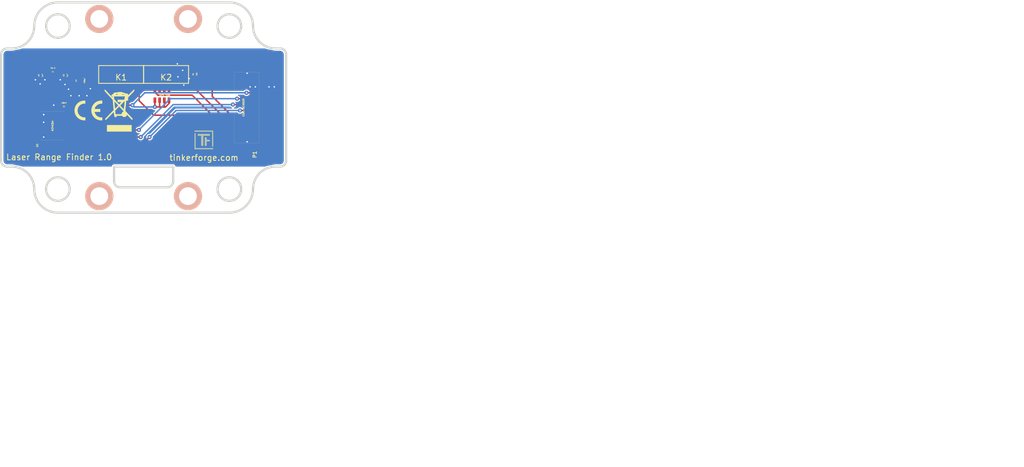
<source format=kicad_pcb>
(kicad_pcb (version 4) (host pcbnew 4.0.2+dfsg1-stable)
  (title_block (title "Laser Range Finder Bricklet") (rev 1.0) (company "Tinkerforge GmbH") (comment 1 "Licensed under CERN OHL v.1.1") (comment 2 "Copyright (©) 2015, B.Nordmeyer <bastian@tinkerforge.com>"))
  (layers (0 Vorderseite signal) (31 Rückseite signal hide) (34 B.Paste user) (35 F.Paste user) (36 B.SilkS user) (37 F.SilkS user) (38 B.Mask user) (39 F.Mask user) (44 Edge.Cuts user))
  (net 0 "")
  (net 1 GND)
  (net 2 VCC)
  (net 3 +5V)
  (net 4 "Net-(C3-Pad1)")
  (net 5 SCL)
  (net 6 SDA)
  (net 7 "Net-(P1-Pad6)")
  (net 8 SCL2)
  (net 9 SDA2)
  (net 10 ENABLE)
  (net 11 MODE)
  (module tinkerforge:DRILL_NP (layer Vorderseite) (at 142.05 118.65)
    (fp_text reference U2 hide)
    (fp_text value DRILL hide)
    (pad "" np_thru_hole circle (at 0 0) (size 2.99974 2.99974) (drill 2.99974) (layers *.Cu *.Mask F.SilkS) (clearance 0.89916))
  )
  (module tinkerforge:DRILL_NP (layer Vorderseite) (at 127.05 118.65)
    (fp_text reference U3 hide)
    (fp_text value DRILL hide)
    (pad "" np_thru_hole circle (at 0 0) (size 2.99974 2.99974) (drill 2.99974) (layers *.Cu *.Mask F.SilkS) (clearance 0.89916))
  )
  (module tinkerforge:DRILL_NP (layer Vorderseite) (at 127.05 88.65)
    (fp_text reference U4 hide)
    (fp_text value DRILL hide)
    (pad "" np_thru_hole circle (at 0 0) (size 2.99974 2.99974) (drill 2.99974) (layers *.Cu *.Mask F.SilkS) (clearance 0.89916))
  )
  (module tinkerforge:DRILL_NP (layer Vorderseite) (at 142.05 88.65)
    (fp_text reference U5 hide)
    (fp_text value DRILL hide)
    (pad "" np_thru_hole circle (at 0 0) (size 2.99974 2.99974) (drill 2.99974) (layers *.Cu *.Mask F.SilkS) (clearance 0.89916))
  )
  (module kicad-libraries:0603 (layer Vorderseite) (at 121.05 103.25)
    (fp_text reference C1 (at 0.05 0.225) (layer F.SilkS) (effects (font (size 0.2 0.2) (thickness 0.05))))
    (fp_text value 100nF (at 0.05 -0.375) (layer F.SilkS) (effects (font (size 0.2 0.2) (thickness 0.05))))
    (pad 1 smd rect (at -0.8001 0) (size 0.8001 0.8001) (layers Vorderseite F.Paste F.Mask) (net 1 GND))
    (pad 2 smd rect (at 0.8001 0) (size 0.8001 0.8001) (layers Vorderseite F.Paste F.Mask) (net 2 VCC))
  )
  (module kicad-libraries:0603 (layer Vorderseite) (at 117.05 98.15 270)
    (fp_text reference C2 (at 0.05 0.225 270) (layer F.SilkS) (effects (font (size 0.2 0.2) (thickness 0.05))))
    (fp_text value 1µF (at 0.05 -0.375 270) (layer F.SilkS) (effects (font (size 0.2 0.2) (thickness 0.05))))
    (pad 1 smd rect (at -0.8001 0 270) (size 0.8001 0.8001) (layers Vorderseite F.Paste F.Mask) (net 3 +5V))
    (pad 2 smd rect (at 0.8001 0 270) (size 0.8001 0.8001) (layers Vorderseite F.Paste F.Mask) (net 1 GND))
  )
  (module kicad-libraries:0603 (layer Vorderseite) (at 121.25 98.15 270)
    (fp_text reference C3 (at 0.05 0.225 270) (layer F.SilkS) (effects (font (size 0.2 0.2) (thickness 0.05))))
    (fp_text value 1µF (at 0.05 -0.375 270) (layer F.SilkS) (effects (font (size 0.2 0.2) (thickness 0.05))))
    (pad 1 smd rect (at -0.8001 0 270) (size 0.8001 0.8001) (layers Vorderseite F.Paste F.Mask) (net 4 "Net-(C3-Pad1)"))
    (pad 2 smd rect (at 0.8001 0 270) (size 0.8001 0.8001) (layers Vorderseite F.Paste F.Mask) (net 1 GND))
  )
  (module kicad-libraries:3528-21 (layer Vorderseite) (at 123.65 99.05 270)
    (fp_text reference C4 (at 0.025 0.5 270) (layer F.SilkS) (effects (font (size 0.2 0.2) (thickness 0.05))))
    (fp_text value 100µF (at 0.025 -0.9 270) (layer F.SilkS) (effects (font (size 0.2 0.2) (thickness 0.05))))
    (pad 1 smd rect (at -1.40048 0 270) (size 1.59954 2.79908) (layers Vorderseite F.Paste F.Mask) (net 4 "Net-(C3-Pad1)") (clearance 0.14986))
    (pad 2 smd rect (at 1.40048 0 270) (size 1.59954 2.79908) (layers Vorderseite F.Paste F.Mask) (net 1 GND) (clearance 0.14986))
  )
  (module kicad-libraries:9175-003 (layer Vorderseite) (at 130.75 98.05)
    (fp_text reference K1 (at 0 0.5) (layer F.SilkS))
    (fp_text value CONN_3)
    (pad 2 smd rect (at -0.55 -0.725) (size 1 1.45) (layers Vorderseite F.Paste F.Mask) (net 10 ENABLE))
    (pad 2 smd rect (at 0.55 0.725) (size 1 1.45) (layers Vorderseite F.Paste F.Mask) (net 10 ENABLE))
    (pad 1 smd rect (at -3.05 -0.725) (size 1 1.45) (layers Vorderseite F.Paste F.Mask) (net 4 "Net-(C3-Pad1)"))
    (pad 1 smd rect (at -1.95 0.74) (size 1 1.45) (layers Vorderseite F.Paste F.Mask) (net 4 "Net-(C3-Pad1)"))
    (pad 3 smd rect (at 1.95 -0.725) (size 1 1.45) (layers Vorderseite F.Paste F.Mask) (net 11 MODE))
    (pad 3 smd rect (at 3.05 0.725) (size 1 1.45) (layers Vorderseite F.Paste F.Mask) (net 11 MODE))
  )
  (module kicad-libraries:9175-003 (layer Vorderseite) (at 138.35 98.05)
    (fp_text reference K2 (at 0 0.5) (layer F.SilkS))
    (fp_text value CONN_3)
    (pad 2 smd rect (at -0.55 -0.725) (size 1 1.45) (layers Vorderseite F.Paste F.Mask) (net 9 SDA2))
    (pad 2 smd rect (at 0.55 0.725) (size 1 1.45) (layers Vorderseite F.Paste F.Mask) (net 9 SDA2))
    (pad 1 smd rect (at -3.05 -0.725) (size 1 1.45) (layers Vorderseite F.Paste F.Mask) (net 8 SCL2))
    (pad 1 smd rect (at -1.95 0.74) (size 1 1.45) (layers Vorderseite F.Paste F.Mask) (net 8 SCL2))
    (pad 3 smd rect (at 1.95 -0.725) (size 1 1.45) (layers Vorderseite F.Paste F.Mask) (net 1 GND))
    (pad 3 smd rect (at 3.05 0.725) (size 1 1.45) (layers Vorderseite F.Paste F.Mask) (net 1 GND))
  )
  (module kicad-libraries:0603 (layer Vorderseite) (at 119.15 97.35)
    (fp_text reference L1 (at 0.05 0.225) (layer F.SilkS) (effects (font (size 0.2 0.2) (thickness 0.05))))
    (fp_text value FB-2 (at 0.05 -0.375) (layer F.SilkS) (effects (font (size 0.2 0.2) (thickness 0.05))))
    (pad 1 smd rect (at -0.8001 0) (size 0.8001 0.8001) (layers Vorderseite F.Paste F.Mask) (net 3 +5V))
    (pad 2 smd rect (at 0.8001 0) (size 0.8001 0.8001) (layers Vorderseite F.Paste F.Mask) (net 4 "Net-(C3-Pad1)"))
  )
  (module kicad-libraries:CON-SENSOR (layer Vorderseite) (at 149.85 103.65 270)
    (fp_text reference P1 (at 7.9502 -3.50012 270) (layer F.SilkS) (effects (font (size 0.59944 0.59944) (thickness 0.12446))))
    (fp_text value CON-SENSOR (at 0 -1.6002 270) (layer F.SilkS) (effects (font (size 0.29972 0.29972) (thickness 0.07112))))
    (pad 1 smd rect (at -4.50088 -4.7752 270) (size 0.59944 1.5494) (layers Vorderseite F.Paste F.Mask) (net 3 +5V))
    (pad 2 smd rect (at -3.50012 -4.7752 270) (size 0.59944 1.5494) (layers Vorderseite F.Paste F.Mask) (net 1 GND))
    (pad 3 smd rect (at -2.49936 -4.7752 270) (size 0.59944 1.5494) (layers Vorderseite F.Paste F.Mask) (net 2 VCC))
    (pad 4 smd rect (at -1.50114 -4.7752 270) (size 0.59944 1.5494) (layers Vorderseite F.Paste F.Mask) (net 5 SCL))
    (pad 5 smd rect (at -0.50038 -4.7752 270) (size 0.59944 1.5494) (layers Vorderseite F.Paste F.Mask) (net 6 SDA))
    (pad 6 smd rect (at 0.50038 -4.7752 270) (size 0.59944 1.5494) (layers Vorderseite F.Paste F.Mask) (net 7 "Net-(P1-Pad6)"))
    (pad 7 smd rect (at 1.50114 -4.7752 270) (size 0.59944 1.5494) (layers Vorderseite F.Paste F.Mask) (net 10 ENABLE))
    (pad 8 smd rect (at 2.49936 -4.7752 270) (size 0.59944 1.5494) (layers Vorderseite F.Paste F.Mask) (net 9 SDA2))
    (pad 9 smd rect (at 3.50012 -4.7752 270) (size 0.59944 1.5494) (layers Vorderseite F.Paste F.Mask) (net 8 SCL2))
    (pad 10 smd rect (at 4.50088 -4.7752 270) (size 0.59944 1.5494) (layers Vorderseite F.Paste F.Mask) (net 11 MODE))
    (pad EP smd rect (at -5.79882 -0.89916 270) (size 1.19888 1.80086) (layers Vorderseite F.Paste F.Mask) (net 1 GND))
    (pad EP smd rect (at 5.79882 -0.89916 270) (size 1.19888 1.80086) (layers Vorderseite F.Paste F.Mask) (net 1 GND))
  )
  (module kicad-libraries:0603 (layer Vorderseite) (at 143.15 97.95 270)
    (fp_text reference R1 (at 0.05 0.225 270) (layer F.SilkS) (effects (font (size 0.2 0.2) (thickness 0.05))))
    (fp_text value 10k (at 0.05 -0.375 270) (layer F.SilkS) (effects (font (size 0.2 0.2) (thickness 0.05))))
    (pad 1 smd rect (at -0.8001 0 270) (size 0.8001 0.8001) (layers Vorderseite F.Paste F.Mask) (net 10 ENABLE))
    (pad 2 smd rect (at 0.8001 0 270) (size 0.8001 0.8001) (layers Vorderseite F.Paste F.Mask) (net 1 GND))
  )
  (module kicad-libraries:0603X4 (layer Vorderseite) (at 137.65 101.55)
    (fp_text reference RP1 (at 0 0) (layer F.SilkS) (effects (font (size 0.29972 0.29972) (thickness 0.0762))))
    (fp_text value 10k (at 1.00076 0) (layer F.SilkS) (effects (font (size 0.29972 0.29972) (thickness 0.0762))))
    (pad 1 smd rect (at 1.19888 -0.8509) (size 0.44958 0.89916) (layers Vorderseite F.Paste F.Mask) (net 9 SDA2))
    (pad 2 smd rect (at 0.39878 -0.8509) (size 0.44958 0.89916) (layers Vorderseite F.Paste F.Mask))
    (pad 3 smd rect (at -0.39878 -0.8509) (size 0.44958 0.89916) (layers Vorderseite F.Paste F.Mask))
    (pad 4 smd rect (at -1.19888 -0.8509) (size 0.44958 0.89916) (layers Vorderseite F.Paste F.Mask) (net 8 SCL2))
    (pad 5 smd rect (at -1.19888 0.8509) (size 0.44958 0.89916) (layers Vorderseite F.Paste F.Mask) (net 2 VCC))
    (pad 6 smd rect (at -0.39878 0.8509) (size 0.44958 0.89916) (layers Vorderseite F.Paste F.Mask) (net 2 VCC))
    (pad 7 smd rect (at 0.39878 0.8509) (size 0.44958 0.89916) (layers Vorderseite F.Paste F.Mask) (net 2 VCC))
    (pad 8 smd rect (at 1.19888 0.8509) (size 0.44958 0.89916) (layers Vorderseite F.Paste F.Mask) (net 2 VCC))
  )
  (module kicad-libraries:SOIC8 (layer Vorderseite) (at 119.15 106.75 270)
    (fp_text reference U1 (at 3.29946 2.60096 270) (layer F.SilkS) (effects (font (size 0.29972 0.29972) (thickness 0.0762))))
    (fp_text value M24C64 (at 0 0 270) (layer F.SilkS) (effects (font (size 0.29972 0.29972) (thickness 0.0762))))
    (pad 1 smd rect (at -1.90246 2.69748 90) (size 0.59944 1.5494) (layers Vorderseite F.Paste F.Mask) (net 1 GND))
    (pad 2 smd rect (at -0.63246 2.69748 90) (size 0.59944 1.5494) (layers Vorderseite F.Paste F.Mask) (net 1 GND))
    (pad 3 smd rect (at 0.63246 2.69748 90) (size 0.59944 1.5494) (layers Vorderseite F.Paste F.Mask) (net 7 "Net-(P1-Pad6)"))
    (pad 4 smd rect (at 1.90246 2.69748 90) (size 0.59944 1.5494) (layers Vorderseite F.Paste F.Mask) (net 1 GND))
    (pad 5 smd rect (at 1.90246 -2.69748 270) (size 0.59944 1.5494) (layers Vorderseite F.Paste F.Mask) (net 6 SDA))
    (pad 6 smd rect (at 0.63246 -2.69748 270) (size 0.59944 1.5494) (layers Vorderseite F.Paste F.Mask) (net 5 SCL))
    (pad 7 smd rect (at -0.63246 -2.69748 270) (size 0.59944 1.5494) (layers Vorderseite F.Paste F.Mask))
    (pad 8 smd rect (at -1.90246 -2.69748 270) (size 0.59944 1.5494) (layers Vorderseite F.Paste F.Mask) (net 2 VCC))
  )
  (module kicad-libraries:Logo_31x31 (layer Vorderseite) (at 143.15 107.55)
    (fp_text reference G*** hide)
    (fp_text value Logo_31x31 hide)
  )
  (module kicad-libraries:CE_5mm (layer Vorderseite) (at 125.25 104.15)
    (fp_text reference VAL hide)
    (fp_text value CE_5mm hide)
  )
  (module kicad-libraries:Fiducial_Mark (layer Vorderseite) (at 157.05 95.15)
    (fp_text reference Fiducial_Mark hide)
    (fp_text value VAL** hide)
    (pad 1 smd circle (at 0 0) (size 1.00076 1.00076) (layers Vorderseite F.Mask) (clearance 0.65024))
  )
  (module kicad-libraries:Fiducial_Mark (layer Vorderseite) (at 112.05 110.15)
    (fp_text reference Fiducial_Mark hide)
    (fp_text value VAL** hide)
    (pad 1 smd circle (at 0 0) (size 1.00076 1.00076) (layers Vorderseite F.Mask) (clearance 0.65024))
  )
  (module kicad-libraries:WEEE_7mm (layer Vorderseite) (at 130.45 104.15)
    (fp_text reference G*** hide)
    (fp_text value LOGO hide)
  )
  (gr_line (start 129.55 116.125) (end 129.55 113.65) (angle 90) (layer Edge.Cuts) (width 0.381))
  (gr_line (start 139.55 116.15) (end 139.55 113.65) (angle 90) (layer Edge.Cuts) (width 0.381))
  (gr_line (start 138.55 117.15) (end 130.55 117.15) (angle 90) (layer Edge.Cuts) (width 0.381))
  (gr_arc (start 138.55 116.15) (end 139.55 116.15) (angle 90) (layer Edge.Cuts) (width 0.381))
  (gr_arc (start 130.55 116.15) (end 130.55 117.15) (angle 90) (layer Edge.Cuts) (width 0.381))
  (gr_text "Laser Range Finder 1.0" (at 120.25 112.05) (layer F.SilkS) (effects (font (size 1 1))))
  (gr_text tinkerforge.com (at 144.75 112.15) (layer F.SilkS) (effects (font (size 1 1))))
  (gr_line (start 139.55 113.65) (end 129.55 113.65) (angle 90) (layer Edge.Cuts) (width 0.381))
  (gr_line (start 120.05 85.85) (end 149.05 85.85) (angle 90) (layer Edge.Cuts) (width 0.381))
  (gr_line (start 149.05 121.45) (end 120.05 121.45) (angle 90) (layer Edge.Cuts) (width 0.381))
  (gr_line (start 112.25 113.65) (end 111.45 113.65) (angle 90) (layer Edge.Cuts) (width 0.381))
  (gr_line (start 157.65 113.65) (end 156.85 113.65) (angle 90) (layer Edge.Cuts) (width 0.381))
  (gr_line (start 158.65 94.65) (end 158.65 112.65) (angle 90) (layer Edge.Cuts) (width 0.381))
  (gr_line (start 156.85 93.65) (end 157.65 93.65) (angle 90) (layer Edge.Cuts) (width 0.381))
  (gr_line (start 111.45 93.65) (end 112.25 93.65) (angle 90) (layer Edge.Cuts) (width 0.381))
  (gr_line (start 110.45 112.65) (end 110.45 94.65) (angle 90) (layer Edge.Cuts) (width 0.381))
  (gr_arc (start 111.45 112.65) (end 111.45 113.65) (angle 90) (layer Edge.Cuts) (width 0.381))
  (gr_arc (start 157.65 112.65) (end 158.65 112.65) (angle 90) (layer Edge.Cuts) (width 0.381))
  (gr_arc (start 157.65 94.65) (end 157.65 93.65) (angle 90) (layer Edge.Cuts) (width 0.381))
  (gr_arc (start 111.45 94.65) (end 110.45 94.65) (angle 90) (layer Edge.Cuts) (width 0.381))
  (gr_arc (start 156.85 117.45) (end 153.05 117.45) (angle 90) (layer Edge.Cuts) (width 0.381))
  (gr_arc (start 112.25 117.45) (end 112.25 113.65) (angle 90) (layer Edge.Cuts) (width 0.381))
  (gr_arc (start 112.25 89.85) (end 116.05 89.85) (angle 90) (layer Edge.Cuts) (width 0.381))
  (gr_arc (start 156.85 89.85) (end 156.85 93.65) (angle 90) (layer Edge.Cuts) (width 0.381))
  (gr_arc (start 149.05 89.85) (end 149.05 85.85) (angle 90) (layer Edge.Cuts) (width 0.381))
  (gr_arc (start 120.05 89.85) (end 116.05 89.85) (angle 90) (layer Edge.Cuts) (width 0.381))
  (gr_arc (start 120.05 117.45) (end 120.05 121.45) (angle 90) (layer Edge.Cuts) (width 0.381))
  (gr_arc (start 149.05 117.45) (end 153.05 117.45) (angle 90) (layer Edge.Cuts) (width 0.381))
  (gr_circle (center 149.05 117.45) (end 151.05 117.45) (layer Edge.Cuts) (width 0.381))
  (gr_circle (center 120.05 117.45) (end 118.05 117.45) (layer Edge.Cuts) (width 0.381))
  (gr_circle (center 149.05 89.85) (end 151.05 89.85) (layer Edge.Cuts) (width 0.381))
  (gr_circle (center 120.05 89.85) (end 122.05 89.85) (layer Edge.Cuts) (width 0.381))
  (segment (start 143.15 98.7501) (end 142.2501 98.7501) (width 0.50038) (layer Vorderseite) (net 1))
  (segment (start 142.2501 98.7501) (end 142.25 98.75) (width 0.24892) (layer Vorderseite) (net 1))
  (segment (start 154.6252 100.14988) (end 152.55012 100.14988) (width 0.50038) (layer Vorderseite) (net 1))
  (via (at 152.55 100.15) (size 0.7) (layers Vorderseite Rückseite) (net 1))
  (segment (start 152.55012 100.14988) (end 152.55 100.15) (width 0.50038) (layer Vorderseite) (net 1))
  (segment (start 154.6252 100.14988) (end 156.64988 100.14988) (width 0.50038) (layer Vorderseite) (net 1))
  (via (at 156.65 100.15) (size 0.7) (layers Vorderseite Rückseite) (net 1))
  (segment (start 156.64988 100.14988) (end 156.65 100.15) (width 0.50038) (layer Vorderseite) (net 1))
  (segment (start 117.65 106.15) (end 117.65 108.65) (width 0.24892) (layer Rückseite) (net 1))
  (via (at 117.65 108.65) (size 0.7) (layers Vorderseite Rückseite) (net 1))
  (segment (start 117.65 108.65) (end 116.45498 108.65) (width 0.29972) (layer Vorderseite) (net 1))
  (segment (start 117.65 104.85) (end 117.65 106.15) (width 0.24892) (layer Rückseite) (net 1))
  (via (at 117.65 106.15) (size 0.7) (layers Vorderseite Rückseite) (net 1))
  (segment (start 117.65 106.15) (end 116.48498 106.15) (width 0.29972) (layer Vorderseite) (net 1))
  (segment (start 117.65 104.85) (end 117.75 104.85) (width 0.24892) (layer Rückseite) (net 1))
  (via (at 117.65 104.85) (size 0.7) (layers Vorderseite Rückseite) (net 1))
  (segment (start 116.45498 104.85) (end 117.65 104.85) (width 0.29972) (layer Vorderseite) (net 1))
  (segment (start 117.75 104.85) (end 119.35 103.25) (width 0.24892) (layer Rückseite) (net 1))
  (segment (start 119.35 103.25) (end 119.35 100.45) (width 0.24892) (layer Rückseite) (net 1))
  (segment (start 119.35 100.45) (end 117.85 98.95) (width 0.24892) (layer Rückseite) (net 1))
  (via (at 119.35 103.25) (size 0.7) (layers Vorderseite Rückseite) (net 1))
  (segment (start 120.2499 103.25) (end 119.35 103.25) (width 0.50038) (layer Vorderseite) (net 1))
  (segment (start 120.45 98.95) (end 117.85 98.95) (width 0.24892) (layer Rückseite) (net 1))
  (via (at 117.85 98.95) (size 0.7) (layers Vorderseite Rückseite) (net 1))
  (segment (start 117.0501 98.95) (end 117.85 98.95) (width 0.50038) (layer Vorderseite) (net 1))
  (via (at 120.45 98.95) (size 0.7) (layers Vorderseite Rückseite) (net 1))
  (segment (start 120.45 98.95) (end 121.2499 98.95) (width 0.50038) (layer Vorderseite) (net 1))
  (segment (start 121.85 100.55) (end 121.85 100.35) (width 0.24892) (layer Rückseite) (net 1))
  (via (at 121.25 99.75) (size 0.7) (layers Vorderseite Rückseite) (net 1))
  (segment (start 121.25 98.9501) (end 121.25 99.75) (width 0.50038) (layer Vorderseite) (net 1))
  (via (at 121.85 100.55) (size 0.7) (layers Vorderseite Rückseite) (net 1))
  (segment (start 121.85 100.55) (end 123.55048 100.55) (width 0.50038) (layer Vorderseite) (net 1))
  (segment (start 121.85 100.35) (end 121.25 99.75) (width 0.24892) (layer Rückseite) (net 1))
  (segment (start 142.25 98.75) (end 141.25 98.75) (width 0.24892) (layer Rückseite) (net 1))
  (via (at 125.55 100.45) (size 0.7) (layers Vorderseite Rückseite) (net 1))
  (segment (start 125.55 100.45) (end 123.65048 100.45) (width 0.50038) (layer Vorderseite) (net 1))
  (segment (start 139.55 100.45) (end 125.55 100.45) (width 0.24892) (layer Rückseite) (net 1))
  (segment (start 141.25 98.75) (end 139.55 100.45) (width 0.24892) (layer Rückseite) (net 1))
  (segment (start 144.95 98.75) (end 142.25 98.75) (width 0.24892) (layer Rückseite) (net 1))
  (via (at 142.25 98.75) (size 0.7) (layers Vorderseite Rückseite) (net 1))
  (segment (start 142.25 98.75) (end 141.425 98.75) (width 0.50038) (layer Vorderseite) (net 1))
  (segment (start 152.05 97.85) (end 145.85 97.85) (width 0.24892) (layer Rückseite) (net 1))
  (segment (start 145.85 97.85) (end 144.95 98.75) (width 0.24892) (layer Rückseite) (net 1))
  (segment (start 153.45 100.15) (end 153.45 99.25) (width 0.24892) (layer Rückseite) (net 1))
  (segment (start 152.04882 97.85118) (end 152.05 97.85) (width 0.24892) (layer Vorderseite) (net 1))
  (via (at 152.05 97.85) (size 0.7) (layers Vorderseite Rückseite) (net 1))
  (segment (start 152.04882 97.85118) (end 150.74916 97.85118) (width 0.24892) (layer Vorderseite) (net 1))
  (segment (start 153.45 99.25) (end 152.05 97.85) (width 0.24892) (layer Rückseite) (net 1))
  (segment (start 152.05 109.45) (end 152.05 105.75) (width 0.24892) (layer Rückseite) (net 1))
  (segment (start 153.45012 100.14988) (end 153.45 100.15) (width 0.50038) (layer Vorderseite) (net 1))
  (via (at 153.45 100.15) (size 0.7) (layers Vorderseite Rückseite) (net 1))
  (segment (start 154.6252 100.14988) (end 153.45012 100.14988) (width 0.50038) (layer Vorderseite) (net 1))
  (segment (start 152.04882 109.44882) (end 152.05 109.45) (width 0.24892) (layer Vorderseite) (net 1))
  (via (at 152.05 109.45) (size 0.7) (layers Vorderseite Rückseite) (net 1))
  (segment (start 152.04882 109.44882) (end 150.74916 109.44882) (width 0.24892) (layer Vorderseite) (net 1))
  (segment (start 153.45 104.35) (end 153.45 100.15) (width 0.24892) (layer Rückseite) (net 1))
  (segment (start 152.05 105.75) (end 153.45 104.35) (width 0.24892) (layer Rückseite) (net 1))
  (segment (start 140.3 97.325) (end 140.35 97.375) (width 0.29972) (layer Vorderseite) (net 1))
  (segment (start 140.35 97.375) (end 140.35 98.45) (width 0.50038) (layer Vorderseite) (net 1))
  (via (at 140.35 98.45) (size 0.7) (layers Vorderseite Rückseite) (net 1))
  (segment (start 140.3 97.325) (end 140.325 97.35) (width 0.29972) (layer Vorderseite) (net 1))
  (segment (start 140.325 97.35) (end 141.15 97.35) (width 0.50038) (layer Vorderseite) (net 1))
  (via (at 141.15 97.35) (size 0.7) (layers Vorderseite Rückseite) (net 1))
  (segment (start 140.3 97.325) (end 140.25 97.275) (width 0.29972) (layer Vorderseite) (net 1))
  (segment (start 140.25 97.275) (end 140.25 96.25) (width 0.50038) (layer Vorderseite) (net 1))
  (via (at 140.25 96.25) (size 0.7) (layers Vorderseite Rückseite) (net 1))
  (segment (start 141.4 98.775) (end 141.425 98.75) (width 0.29972) (layer Vorderseite) (net 1))
  (segment (start 141.4 98.775) (end 141.35 98.825) (width 0.29972) (layer Vorderseite) (net 1))
  (segment (start 141.35 98.825) (end 141.35 99.85) (width 0.50038) (layer Vorderseite) (net 1))
  (via (at 141.35 99.85) (size 0.7) (layers Vorderseite Rückseite) (net 1))
  (segment (start 123.65 100.45048) (end 122.45048 101.65) (width 0.50038) (layer Vorderseite) (net 1))
  (via (at 122.25 101.65) (size 0.7) (layers Vorderseite Rückseite) (net 1))
  (segment (start 122.45048 101.65) (end 122.25 101.65) (width 0.29972) (layer Vorderseite) (net 1))
  (segment (start 123.65 100.45048) (end 124.84952 101.65) (width 0.50038) (layer Vorderseite) (net 1))
  (via (at 124.95 101.65) (size 0.7) (layers Vorderseite Rückseite) (net 1))
  (segment (start 124.84952 101.65) (end 124.95 101.65) (width 0.29972) (layer Vorderseite) (net 1))
  (segment (start 123.65 100.45048) (end 123.65048 100.45) (width 0.29972) (layer Vorderseite) (net 1))
  (segment (start 123.65 100.45048) (end 123.65 101.65) (width 0.50038) (layer Vorderseite) (net 1))
  (via (at 123.65 101.65) (size 0.7) (layers Vorderseite Rückseite) (net 1))
  (segment (start 123.65 100.45048) (end 123.55048 100.55) (width 0.29972) (layer Vorderseite) (net 1))
  (segment (start 121.25 98.9501) (end 121.2499 98.95) (width 0.29972) (layer Vorderseite) (net 1))
  (segment (start 117.05 98.9501) (end 117.05 99.65) (width 0.50038) (layer Vorderseite) (net 1))
  (via (at 117.05 99.65) (size 0.7) (layers Vorderseite Rückseite) (net 1))
  (segment (start 117.05 98.9501) (end 117.0501 98.95) (width 0.29972) (layer Vorderseite) (net 1))
  (segment (start 117.05 98.9501) (end 117.0499 98.95) (width 0.29972) (layer Vorderseite) (net 1))
  (segment (start 117.0499 98.95) (end 116.25 98.95) (width 0.50038) (layer Vorderseite) (net 1))
  (via (at 116.25 98.95) (size 0.7) (layers Vorderseite Rückseite) (net 1))
  (segment (start 116.45252 108.65246) (end 116.45498 108.65) (width 0.29972) (layer Vorderseite) (net 1))
  (segment (start 116.45252 106.11754) (end 116.48498 106.15) (width 0.29972) (layer Vorderseite) (net 1))
  (segment (start 116.45252 104.84754) (end 116.45498 104.85) (width 0.29972) (layer Vorderseite) (net 1))
  (segment (start 154.6252 100.14988) (end 155.74988 100.14988) (width 0.50038) (layer Vorderseite) (net 1))
  (via (at 155.75 100.15) (size 0.7) (layers Vorderseite Rückseite) (net 1))
  (segment (start 155.74988 100.14988) (end 155.75 100.15) (width 0.50038) (layer Vorderseite) (net 1))
  (segment (start 141.4 98.775) (end 141.4 98.425) (width 0.24892) (layer Vorderseite) (net 1))
  (segment (start 141.4 98.425) (end 140.3 97.325) (width 0.50038) (layer Vorderseite) (net 1))
  (segment (start 136.45 103.55) (end 132.95 103.55) (width 0.24892) (layer Rückseite) (net 2))
  (via (at 136.45 103.55) (size 0.7) (layers Vorderseite Rückseite) (net 2))
  (segment (start 132.95 103.55) (end 132.65 103.25) (width 0.24892) (layer Rückseite) (net 2))
  (segment (start 138.04878 102.4009) (end 138.04878 103.55) (width 0.24892) (layer Vorderseite) (net 2))
  (segment (start 138.05 103.45) (end 138.05 103.55) (width 0.24892) (layer Vorderseite) (net 2))
  (segment (start 138.05 103.54878) (end 138.05 103.45) (width 0.24892) (layer Vorderseite) (net 2))
  (segment (start 138.04878 103.55) (end 138.05 103.54878) (width 0.24892) (layer Vorderseite) (net 2))
  (segment (start 137.25122 102.4009) (end 137.25122 103.55) (width 0.24892) (layer Vorderseite) (net 2))
  (segment (start 137.25122 103.55) (end 137.35 103.55) (width 0.24892) (layer Vorderseite) (net 2))
  (segment (start 136.45112 102.4009) (end 136.45112 103.54888) (width 0.24892) (layer Vorderseite) (net 2))
  (segment (start 138.84888 102.95112) (end 138.25 103.55) (width 0.24892) (layer Vorderseite) (net 2))
  (segment (start 138.25 103.55) (end 138.05 103.55) (width 0.24892) (layer Vorderseite) (net 2))
  (segment (start 138.05 103.55) (end 137.35 103.55) (width 0.24892) (layer Vorderseite) (net 2))
  (segment (start 137.35 103.55) (end 136.45 103.55) (width 0.24892) (layer Vorderseite) (net 2))
  (segment (start 138.84888 102.95112) (end 138.84888 102.4009) (width 0.24892) (layer Vorderseite) (net 2))
  (segment (start 136.45112 103.54888) (end 136.45 103.55) (width 0.24892) (layer Vorderseite) (net 2))
  (segment (start 151.95 101.15) (end 149.25 101.15) (width 0.24892) (layer Rückseite) (net 2))
  (segment (start 154.6252 101.15064) (end 151.95 101.15064) (width 0.24892) (layer Vorderseite) (net 2))
  (via (at 151.95 101.15) (size 0.7) (layers Vorderseite Rückseite) (net 2))
  (segment (start 151.95 101.15) (end 151.95 101.15064) (width 0.29972) (layer Vorderseite) (net 2))
  (segment (start 149.25 101.15) (end 134.75 101.15) (width 0.24892) (layer Rückseite) (net 2))
  (segment (start 134.75 101.15) (end 132.65 103.25) (width 0.24892) (layer Rückseite) (net 2))
  (segment (start 132.65 103.25) (end 121.8501 103.25) (width 0.24892) (layer Vorderseite) (net 2))
  (via (at 132.65 103.25) (size 0.7) (layers Vorderseite Rückseite) (net 2))
  (segment (start 121.8501 103.25) (end 121.84748 103.25262) (width 0.24892) (layer Vorderseite) (net 2))
  (segment (start 121.84748 103.25262) (end 121.84748 104.84754) (width 0.24892) (layer Vorderseite) (net 2))
  (segment (start 154.6252 99.14912) (end 149.24912 99.14912) (width 0.50038) (layer Vorderseite) (net 3))
  (segment (start 117.05 96.05) (end 117.05 97.3499) (width 0.50038) (layer Vorderseite) (net 3))
  (segment (start 118.65 94.45) (end 117.05 96.05) (width 0.50038) (layer Vorderseite) (net 3))
  (segment (start 144.55 94.45) (end 118.65 94.45) (width 0.50038) (layer Vorderseite) (net 3))
  (segment (start 149.24912 99.14912) (end 144.55 94.45) (width 0.50038) (layer Vorderseite) (net 3))
  (segment (start 118.3499 97.35) (end 117.0501 97.35) (width 0.50038) (layer Vorderseite) (net 3))
  (segment (start 117.0501 97.35) (end 117.05 97.3499) (width 0.50038) (layer Vorderseite) (net 3))
  (segment (start 121.25 97.3499) (end 119.9502 97.3499) (width 0.50038) (layer Vorderseite) (net 4))
  (segment (start 119.9502 97.3499) (end 119.9501 97.35) (width 0.50038) (layer Vorderseite) (net 4))
  (segment (start 123.65 97.64952) (end 122.34952 97.64952) (width 0.50038) (layer Vorderseite) (net 4))
  (segment (start 122.34952 97.64952) (end 122.0499 97.3499) (width 0.50038) (layer Vorderseite) (net 4))
  (segment (start 122.0499 97.3499) (end 121.25 97.3499) (width 0.50038) (layer Vorderseite) (net 4))
  (segment (start 127.7 97.325) (end 126.675 97.325) (width 0.50038) (layer Vorderseite) (net 4))
  (segment (start 126.35048 97.64952) (end 123.65 97.64952) (width 0.50038) (layer Vorderseite) (net 4))
  (segment (start 126.675 97.325) (end 126.35048 97.64952) (width 0.50038) (layer Vorderseite) (net 4))
  (segment (start 128.8 98.79) (end 128.8 98.425) (width 0.24892) (layer Vorderseite) (net 4))
  (segment (start 128.8 98.425) (end 127.7 97.325) (width 0.24892) (layer Vorderseite) (net 4))
  (segment (start 154.6252 102.14886) (end 154.62406 102.15) (width 0.24892) (layer Vorderseite) (net 5))
  (segment (start 154.62406 102.15) (end 150.35 102.15) (width 0.24892) (layer Vorderseite) (net 5))
  (via (at 150.35 102.15) (size 0.7) (layers Vorderseite Rückseite) (net 5))
  (segment (start 150.35 102.15) (end 139.05 102.15) (width 0.24892) (layer Rückseite) (net 5))
  (segment (start 139.05 102.15) (end 133.75 107.45) (width 0.24892) (layer Rückseite) (net 5))
  (via (at 133.75 107.45) (size 0.7) (layers Vorderseite Rückseite) (net 5))
  (segment (start 133.75 107.45) (end 121.91502 107.45) (width 0.24892) (layer Vorderseite) (net 5))
  (segment (start 121.91502 107.45) (end 121.84748 107.38246) (width 0.24892) (layer Vorderseite) (net 5))
  (segment (start 154.6252 103.14962) (end 149.65038 103.14962) (width 0.24892) (layer Vorderseite) (net 6))
  (segment (start 134.05 108.65) (end 121.84994 108.65) (width 0.24892) (layer Vorderseite) (net 6))
  (via (at 134.05 108.65) (size 0.7) (layers Vorderseite Rückseite) (net 6))
  (segment (start 139.55 103.15) (end 134.05 108.65) (width 0.24892) (layer Rückseite) (net 6))
  (segment (start 149.65 103.15) (end 139.55 103.15) (width 0.24892) (layer Rückseite) (net 6))
  (via (at 149.65 103.15) (size 0.7) (layers Vorderseite Rückseite) (net 6))
  (segment (start 149.65038 103.14962) (end 149.65 103.15) (width 0.24892) (layer Vorderseite) (net 6))
  (segment (start 121.84994 108.65) (end 121.84748 108.65246) (width 0.24892) (layer Vorderseite) (net 6))
  (segment (start 154.6252 104.15038) (end 154.62482 104.15) (width 0.24892) (layer Vorderseite) (net 7))
  (segment (start 154.62482 104.15) (end 150.85 104.15) (width 0.24892) (layer Vorderseite) (net 7))
  (via (at 150.85 104.15) (size 0.7) (layers Vorderseite Rückseite) (net 7))
  (segment (start 150.85 104.15) (end 140.75 104.15) (width 0.24892) (layer Rückseite) (net 7))
  (segment (start 140.75 104.15) (end 140.05 104.15) (width 0.24892) (layer Rückseite) (net 7))
  (segment (start 140.05 104.15) (end 135.55 108.65) (width 0.24892) (layer Rückseite) (net 7))
  (via (at 135.55 108.65) (size 0.7) (layers Vorderseite Rückseite) (net 7))
  (segment (start 135.55 108.65) (end 134.15 110.05) (width 0.24892) (layer Vorderseite) (net 7))
  (segment (start 134.15 110.05) (end 121.15 110.05) (width 0.24892) (layer Vorderseite) (net 7))
  (segment (start 121.15 110.05) (end 118.48246 107.38246) (width 0.24892) (layer Vorderseite) (net 7))
  (segment (start 118.48246 107.38246) (end 116.45252 107.38246) (width 0.24892) (layer Vorderseite) (net 7))
  (segment (start 136.45112 100.6991) (end 136.45112 98.84112) (width 0.24892) (layer Vorderseite) (net 8))
  (segment (start 136.45112 98.84112) (end 136.4 98.79) (width 0.24892) (layer Vorderseite) (net 8))
  (segment (start 154.6252 107.15012) (end 148.35012 107.15012) (width 0.24892) (layer Vorderseite) (net 8))
  (segment (start 136.95 101.55) (end 136.45112 101.05112) (width 0.24892) (layer Vorderseite) (net 8))
  (segment (start 142.75 101.55) (end 136.95 101.55) (width 0.24892) (layer Vorderseite) (net 8))
  (segment (start 148.35012 107.15012) (end 142.75 101.55) (width 0.24892) (layer Vorderseite) (net 8))
  (segment (start 136.45112 101.05112) (end 136.45112 100.6991) (width 0.24892) (layer Vorderseite) (net 8))
  (segment (start 136.4 98.79) (end 136.4 98.425) (width 0.24892) (layer Vorderseite) (net 8))
  (segment (start 136.4 98.425) (end 135.3 97.325) (width 0.24892) (layer Vorderseite) (net 8))
  (segment (start 138.84888 100.6991) (end 138.84888 98.82612) (width 0.24892) (layer Vorderseite) (net 9))
  (segment (start 138.84888 98.82612) (end 138.9 98.775) (width 0.24892) (layer Vorderseite) (net 9))
  (segment (start 154.6252 106.14936) (end 148.94936 106.14936) (width 0.24892) (layer Vorderseite) (net 9))
  (segment (start 143.4991 100.6991) (end 138.84888 100.6991) (width 0.24892) (layer Vorderseite) (net 9))
  (segment (start 148.94936 106.14936) (end 143.4991 100.6991) (width 0.24892) (layer Vorderseite) (net 9))
  (segment (start 138.9 98.775) (end 138.9 98.425) (width 0.24892) (layer Vorderseite) (net 9))
  (segment (start 138.9 98.425) (end 137.8 97.325) (width 0.24892) (layer Vorderseite) (net 9))
  (segment (start 143.15 97.1499) (end 143.15 96.45) (width 0.24892) (layer Vorderseite) (net 10))
  (segment (start 142.05 95.35) (end 131.15 95.35) (width 0.24892) (layer Vorderseite) (net 10))
  (segment (start 143.15 96.45) (end 142.05 95.35) (width 0.24892) (layer Vorderseite) (net 10))
  (segment (start 154.6252 105.15114) (end 149.55114 105.15114) (width 0.24892) (layer Vorderseite) (net 10))
  (segment (start 143.7499 97.1499) (end 143.15 97.1499) (width 0.24892) (layer Vorderseite) (net 10))
  (segment (start 146.15 99.55) (end 143.7499 97.1499) (width 0.24892) (layer Vorderseite) (net 10))
  (segment (start 146.15 101.75) (end 146.15 99.55) (width 0.24892) (layer Vorderseite) (net 10))
  (segment (start 149.55114 105.15114) (end 146.15 101.75) (width 0.24892) (layer Vorderseite) (net 10))
  (segment (start 131.3 98.775) (end 131.3 98.425) (width 0.24892) (layer Vorderseite) (net 10))
  (segment (start 131.3 98.425) (end 130.2 97.325) (width 0.24892) (layer Vorderseite) (net 10))
  (segment (start 130.2 96.3) (end 130.2 97.325) (width 0.24892) (layer Vorderseite) (net 10))
  (segment (start 131.15 95.35) (end 130.2 96.3) (width 0.24892) (layer Vorderseite) (net 10))
  (segment (start 154.6252 108.15088) (end 145.95088 108.15088) (width 0.24892) (layer Vorderseite) (net 11))
  (segment (start 136.25 104.95) (end 133.8 102.5) (width 0.24892) (layer Vorderseite) (net 11))
  (segment (start 142.75 104.95) (end 136.25 104.95) (width 0.24892) (layer Vorderseite) (net 11))
  (segment (start 145.95088 108.15088) (end 142.75 104.95) (width 0.24892) (layer Vorderseite) (net 11))
  (segment (start 133.8 102.5) (end 133.8 98.775) (width 0.24892) (layer Vorderseite) (net 11))
  (segment (start 133.8 98.775) (end 133.8 98.425) (width 0.24892) (layer Vorderseite) (net 11))
  (segment (start 133.8 98.425) (end 132.7 97.325) (width 0.24892) (layer Vorderseite) (net 11))
  (zone (net 1) (net_name GND) (layer Rückseite) (connect_pads (clearance 0.2)) (min_thickness 0.15) (fill yes (arc_segments 16) (thermal_gap 0.508) (thermal_bridge_width 0.508))
    (polygon (pts (xy 110.45 93.65) (xy 158.65 93.65) (xy 158.65 113.65) (xy 110.45 113.65)))
  )
)
</source>
